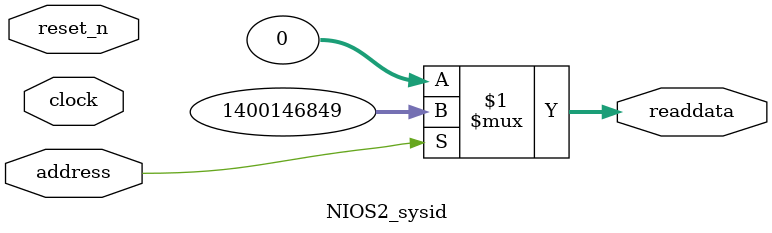
<source format=v>

`timescale 1ns / 1ps
// synthesis translate_on

// turn off superfluous verilog processor warnings 
// altera message_level Level1 
// altera message_off 10034 10035 10036 10037 10230 10240 10030 

module NIOS2_sysid (
               // inputs:
                address,
                clock,
                reset_n,

               // outputs:
                readdata
             )
;

  output  [ 31: 0] readdata;
  input            address;
  input            clock;
  input            reset_n;

  wire    [ 31: 0] readdata;
  //control_slave, which is an e_avalon_slave
  assign readdata = address ? 1400146849 : 0;

endmodule




</source>
